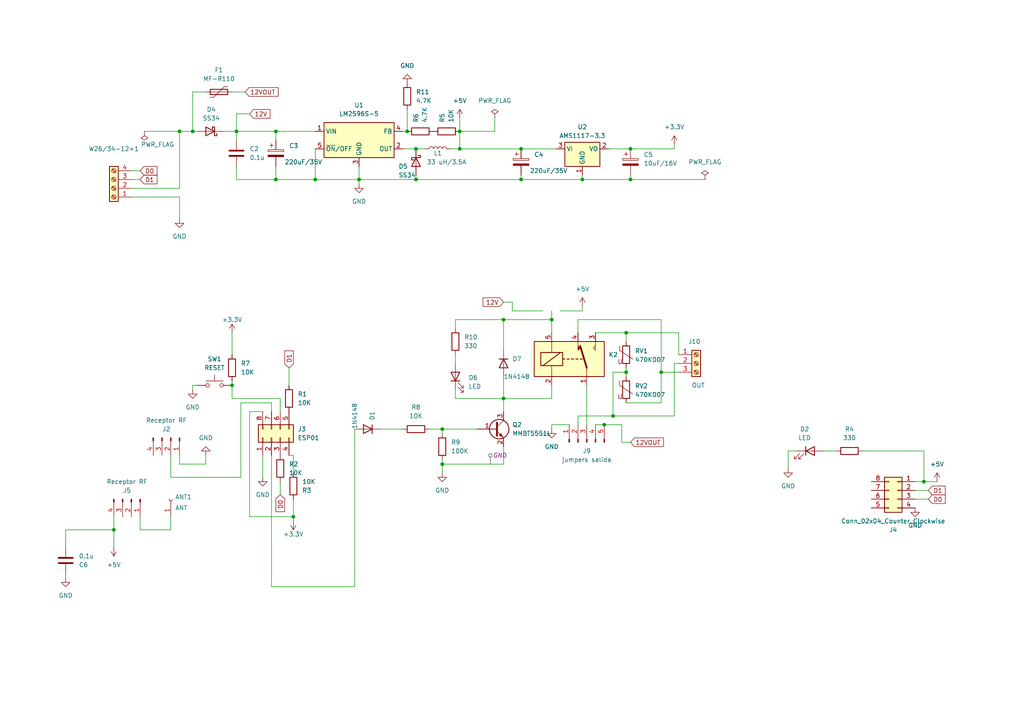
<source format=kicad_sch>
(kicad_sch (version 20230121) (generator eeschema)
  (paper "A4")
  (lib_symbols
    (symbol "Connector:Conn_01x01_Socket" (pin_names (offset 1.016) hide)
      (property "Reference" "J" (at 0 2.54 0))
      (property "Value" "Conn_01x01_Socket" (at 0 -2.54 0))
      (symbol "Conn_01x01_Socket_1_1"
        (polyline (pts (xy -1.27 0) (xy -0.508 0)) (stroke (width 0.1524)))
        (arc (start 0 0.508) (mid -0.5058 0) (end 0 -0.508) (stroke (width 0.1524)))
        (pin passive line (at -5.08 0 0) (length 3.81) (name "Pin_1") (number "1"))
      )
    )
    (symbol "Connector:Conn_01x04_Pin" (pin_names (offset 1.016) hide)
      (property "Reference" "J" (at 0 5.08 0))
      (property "Value" "Conn_01x04_Pin" (at 0 -7.62 0))
      (symbol "Conn_01x04_Pin_1_1"
        (polyline (pts (xy 1.27 -5.08) (xy 0.8636 -5.08)) (stroke (width 0.1524)))
        (polyline (pts (xy 1.27 -2.54) (xy 0.8636 -2.54)) (stroke (width 0.1524)))
        (polyline (pts (xy 1.27 0) (xy 0.8636 0)) (stroke (width 0.1524)))
        (polyline (pts (xy 1.27 2.54) (xy 0.8636 2.54)) (stroke (width 0.1524)))
        (rectangle (start 0.8636 -4.953) (end 0 -5.207) (stroke (width 0.1524)) (fill (type outline)))
        (rectangle (start 0.8636 -2.413) (end 0 -2.667) (stroke (width 0.1524)) (fill (type outline)))
        (rectangle (start 0.8636 0.127) (end 0 -0.127) (stroke (width 0.1524)) (fill (type outline)))
        (rectangle (start 0.8636 2.667) (end 0 2.413) (stroke (width 0.1524)) (fill (type outline)))
        (pin passive line (at 5.08 2.54 180) (length 3.81) (name "Pin_1") (number "1"))
        (pin passive line (at 5.08 0 180) (length 3.81) (name "Pin_2") (number "2"))
        (pin passive line (at 5.08 -2.54 180) (length 3.81) (name "Pin_3") (number "3"))
        (pin passive line (at 5.08 -5.08 180) (length 3.81) (name "Pin_4") (number "4"))
      )
    )
    (symbol "Connector:Conn_01x05_Pin" (pin_names (offset 1.016) hide)
      (property "Reference" "J" (at 0 7.62 0))
      (property "Value" "Conn_01x05_Pin" (at 0 -7.62 0))
      (symbol "Conn_01x05_Pin_1_1"
        (polyline (pts (xy 1.27 -5.08) (xy 0.8636 -5.08)) (stroke (width 0.1524)))
        (polyline (pts (xy 1.27 -2.54) (xy 0.8636 -2.54)) (stroke (width 0.1524)))
        (polyline (pts (xy 1.27 0) (xy 0.8636 0)) (stroke (width 0.1524)))
        (polyline (pts (xy 1.27 2.54) (xy 0.8636 2.54)) (stroke (width 0.1524)))
        (polyline (pts (xy 1.27 5.08) (xy 0.8636 5.08)) (stroke (width 0.1524)))
        (rectangle (start 0.8636 -4.953) (end 0 -5.207) (stroke (width 0.1524)) (fill (type outline)))
        (rectangle (start 0.8636 -2.413) (end 0 -2.667) (stroke (width 0.1524)) (fill (type outline)))
        (rectangle (start 0.8636 0.127) (end 0 -0.127) (stroke (width 0.1524)) (fill (type outline)))
        (rectangle (start 0.8636 2.667) (end 0 2.413) (stroke (width 0.1524)) (fill (type outline)))
        (rectangle (start 0.8636 5.207) (end 0 4.953) (stroke (width 0.1524)) (fill (type outline)))
        (pin passive line (at 5.08 5.08 180) (length 3.81) (name "Pin_1") (number "1"))
        (pin passive line (at 5.08 2.54 180) (length 3.81) (name "Pin_2") (number "2"))
        (pin passive line (at 5.08 0 180) (length 3.81) (name "Pin_3") (number "3"))
        (pin passive line (at 5.08 -2.54 180) (length 3.81) (name "Pin_4") (number "4"))
        (pin passive line (at 5.08 -5.08 180) (length 3.81) (name "Pin_5") (number "5"))
      )
    )
    (symbol "Connector:Screw_Terminal_01x03" (pin_names (offset 1.016) hide)
      (property "Reference" "J" (at 0 5.08 0))
      (property "Value" "Screw_Terminal_01x03" (at 0 -5.08 0))
      (symbol "Screw_Terminal_01x03_1_1"
        (rectangle (start -1.27 3.81) (end 1.27 -3.81) (stroke (width 0.254)) (fill (type background)))
        (circle (center 0 -2.54) (radius 0.635) (stroke (width 0.1524)))
        (polyline (pts (xy -0.5334 -2.2098) (xy 0.3302 -3.048)) (stroke (width 0.1524)))
        (polyline (pts (xy -0.5334 0.3302) (xy 0.3302 -0.508)) (stroke (width 0.1524)))
        (polyline (pts (xy -0.5334 2.8702) (xy 0.3302 2.032)) (stroke (width 0.1524)))
        (polyline (pts (xy -0.3556 -2.032) (xy 0.508 -2.8702)) (stroke (width 0.1524)))
        (polyline (pts (xy -0.3556 0.508) (xy 0.508 -0.3302)) (stroke (width 0.1524)))
        (polyline (pts (xy -0.3556 3.048) (xy 0.508 2.2098)) (stroke (width 0.1524)))
        (circle (center 0 0) (radius 0.635) (stroke (width 0.1524)))
        (circle (center 0 2.54) (radius 0.635) (stroke (width 0.1524)))
        (pin passive line (at -5.08 2.54 0) (length 3.81) (name "Pin_1") (number "1"))
        (pin passive line (at -5.08 0 0) (length 3.81) (name "Pin_2") (number "2"))
        (pin passive line (at -5.08 -2.54 0) (length 3.81) (name "Pin_3") (number "3"))
      )
    )
    (symbol "Connector:Screw_Terminal_01x04" (pin_names (offset 1.016) hide)
      (property "Reference" "J" (at 0 5.08 0))
      (property "Value" "Screw_Terminal_01x04" (at 0 -7.62 0))
      (symbol "Screw_Terminal_01x04_1_1"
        (rectangle (start -1.27 3.81) (end 1.27 -6.35) (stroke (width 0.254)) (fill (type background)))
        (circle (center 0 -5.08) (radius 0.635) (stroke (width 0.1524)))
        (circle (center 0 -2.54) (radius 0.635) (stroke (width 0.1524)))
        (polyline (pts (xy -0.5334 -4.7498) (xy 0.3302 -5.588)) (stroke (width 0.1524)))
        (polyline (pts (xy -0.5334 -2.2098) (xy 0.3302 -3.048)) (stroke (width 0.1524)))
        (polyline (pts (xy -0.5334 0.3302) (xy 0.3302 -0.508)) (stroke (width 0.1524)))
        (polyline (pts (xy -0.5334 2.8702) (xy 0.3302 2.032)) (stroke (width 0.1524)))
        (polyline (pts (xy -0.3556 -4.572) (xy 0.508 -5.4102)) (stroke (width 0.1524)))
        (polyline (pts (xy -0.3556 -2.032) (xy 0.508 -2.8702)) (stroke (width 0.1524)))
        (polyline (pts (xy -0.3556 0.508) (xy 0.508 -0.3302)) (stroke (width 0.1524)))
        (polyline (pts (xy -0.3556 3.048) (xy 0.508 2.2098)) (stroke (width 0.1524)))
        (circle (center 0 0) (radius 0.635) (stroke (width 0.1524)))
        (circle (center 0 2.54) (radius 0.635) (stroke (width 0.1524)))
        (pin passive line (at -5.08 2.54 0) (length 3.81) (name "Pin_1") (number "1"))
        (pin passive line (at -5.08 0 0) (length 3.81) (name "Pin_2") (number "2"))
        (pin passive line (at -5.08 -2.54 0) (length 3.81) (name "Pin_3") (number "3"))
        (pin passive line (at -5.08 -5.08 0) (length 3.81) (name "Pin_4") (number "4"))
      )
    )
    (symbol "Connector_Generic:Conn_02x04_Counter_Clockwise" (pin_names (offset 1.016) hide)
      (property "Reference" "J" (at 1.27 5.08 0))
      (property "Value" "Conn_02x04_Counter_Clockwise" (at 1.27 -7.62 0))
      (symbol "Conn_02x04_Counter_Clockwise_1_1"
        (rectangle (start -1.27 -4.953) (end 0 -5.207) (stroke (width 0.1524)))
        (rectangle (start -1.27 -2.413) (end 0 -2.667) (stroke (width 0.1524)))
        (rectangle (start -1.27 0.127) (end 0 -0.127) (stroke (width 0.1524)))
        (rectangle (start -1.27 2.667) (end 0 2.413) (stroke (width 0.1524)))
        (rectangle (start -1.27 3.81) (end 3.81 -6.35) (stroke (width 0.254)) (fill (type background)))
        (rectangle (start 3.81 -4.953) (end 2.54 -5.207) (stroke (width 0.1524)))
        (rectangle (start 3.81 -2.413) (end 2.54 -2.667) (stroke (width 0.1524)))
        (rectangle (start 3.81 0.127) (end 2.54 -0.127) (stroke (width 0.1524)))
        (rectangle (start 3.81 2.667) (end 2.54 2.413) (stroke (width 0.1524)))
        (pin passive line (at -5.08 2.54 0) (length 3.81) (name "Pin_1") (number "1"))
        (pin passive line (at -5.08 0 0) (length 3.81) (name "Pin_2") (number "2"))
        (pin passive line (at -5.08 -2.54 0) (length 3.81) (name "Pin_3") (number "3"))
        (pin passive line (at -5.08 -5.08 0) (length 3.81) (name "Pin_4") (number "4"))
        (pin passive line (at 7.62 -5.08 180) (length 3.81) (name "Pin_5") (number "5"))
        (pin passive line (at 7.62 -2.54 180) (length 3.81) (name "Pin_6") (number "6"))
        (pin passive line (at 7.62 0 180) (length 3.81) (name "Pin_7") (number "7"))
        (pin passive line (at 7.62 2.54 180) (length 3.81) (name "Pin_8") (number "8"))
      )
    )
    (symbol "Device:C" (pin_numbers hide) (pin_names (offset 0.254))
      (property "Reference" "C" (at 0.635 2.54 0))
      (property "Value" "C" (at 0.635 -2.54 0))
      (symbol "C_0_1"
        (polyline (pts (xy -2.032 -0.762) (xy 2.032 -0.762)) (stroke (width 0.508)))
        (polyline (pts (xy -2.032 0.762) (xy 2.032 0.762)) (stroke (width 0.508)))
      )
      (symbol "C_1_1"
        (pin passive line (at 0 3.81 270) (length 2.794) (name "~") (number "1"))
        (pin passive line (at 0 -3.81 90) (length 2.794) (name "~") (number "2"))
      )
    )
    (symbol "Device:C_Polarized" (pin_numbers hide) (pin_names (offset 0.254))
      (property "Reference" "C" (at 0.635 2.54 0))
      (property "Value" "C_Polarized" (at 0.635 -2.54 0))
      (symbol "C_Polarized_0_1"
        (rectangle (start -2.286 0.508) (end 2.286 1.016))
        (polyline (pts (xy -1.778 2.286) (xy -0.762 2.286)))
        (polyline (pts (xy -1.27 2.794) (xy -1.27 1.778)))
        (rectangle (start 2.286 -0.508) (end -2.286 -1.016) (fill (type outline)))
      )
      (symbol "C_Polarized_1_1"
        (pin passive line (at 0 3.81 270) (length 2.794) (name "~") (number "1"))
        (pin passive line (at 0 -3.81 90) (length 2.794) (name "~") (number "2"))
      )
    )
    (symbol "Device:D_Schottky" (pin_numbers hide) (pin_names (offset 1.016) hide)
      (property "Reference" "D" (at 0 2.54 0))
      (property "Value" "D_Schottky" (at 0 -2.54 0))
      (symbol "D_Schottky_0_1"
        (polyline (pts (xy 1.27 0) (xy -1.27 0)))
        (polyline (pts (xy 1.27 1.27) (xy 1.27 -1.27) (xy -1.27 0) (xy 1.27 1.27)) (stroke (width 0.254)))
        (polyline (pts (xy -1.905 0.635) (xy -1.905 1.27) (xy -1.27 1.27) (xy -1.27 -1.27) (xy -0.635 -1.27) (xy -0.635 -0.635)) (stroke (width 0.254)))
      )
      (symbol "D_Schottky_1_1"
        (pin passive line (at -3.81 0 0) (length 2.54) (name "K") (number "1"))
        (pin passive line (at 3.81 0 180) (length 2.54) (name "A") (number "2"))
      )
    )
    (symbol "Device:L" (pin_numbers hide) (pin_names (offset 1.016) hide)
      (property "Reference" "L" (at -1.27 0 90))
      (property "Value" "L" (at 1.905 0 90))
      (symbol "L_0_1"
        (arc (start 0 -2.54) (mid 0.6323 -1.905) (end 0 -1.27))
        (arc (start 0 -1.27) (mid 0.6323 -0.635) (end 0 0))
        (arc (start 0 0) (mid 0.6323 0.635) (end 0 1.27))
        (arc (start 0 1.27) (mid 0.6323 1.905) (end 0 2.54))
      )
      (symbol "L_1_1"
        (pin passive line (at 0 3.81 270) (length 1.27) (name "1") (number "1"))
        (pin passive line (at 0 -3.81 90) (length 1.27) (name "2") (number "2"))
      )
    )
    (symbol "Device:LED" (pin_numbers hide) (pin_names (offset 1.016) hide)
      (property "Reference" "D" (at 0 2.54 0))
      (property "Value" "LED" (at 0 -2.54 0))
      (symbol "LED_0_1"
        (polyline (pts (xy -1.27 -1.27) (xy -1.27 1.27)) (stroke (width 0.254)))
        (polyline (pts (xy -1.27 0) (xy 1.27 0)))
        (polyline (pts (xy 1.27 -1.27) (xy 1.27 1.27) (xy -1.27 0) (xy 1.27 -1.27)) (stroke (width 0.254)))
        (polyline (pts (xy -3.048 -0.762) (xy -4.572 -2.286) (xy -3.81 -2.286) (xy -4.572 -2.286) (xy -4.572 -1.524)))
        (polyline (pts (xy -1.778 -0.762) (xy -3.302 -2.286) (xy -2.54 -2.286) (xy -3.302 -2.286) (xy -3.302 -1.524)))
      )
      (symbol "LED_1_1"
        (pin passive line (at -3.81 0 0) (length 2.54) (name "K") (number "1"))
        (pin passive line (at 3.81 0 180) (length 2.54) (name "A") (number "2"))
      )
    )
    (symbol "Device:Polyfuse" (pin_numbers hide) (pin_names (offset 0))
      (property "Reference" "F" (at -2.54 0 90))
      (property "Value" "Polyfuse" (at 2.54 0 90))
      (symbol "Polyfuse_0_1"
        (rectangle (start -0.762 2.54) (end 0.762 -2.54) (stroke (width 0.254)))
        (polyline (pts (xy 0 2.54) (xy 0 -2.54)))
        (polyline (pts (xy -1.524 2.54) (xy -1.524 1.524) (xy 1.524 -1.524) (xy 1.524 -2.54)))
      )
      (symbol "Polyfuse_1_1"
        (pin passive line (at 0 3.81 270) (length 1.27) (name "~") (number "1"))
        (pin passive line (at 0 -3.81 90) (length 1.27) (name "~") (number "2"))
      )
    )
    (symbol "Device:R" (pin_numbers hide) (pin_names (offset 0))
      (property "Reference" "R" (at 2.032 0 90))
      (property "Value" "R" (at 0 0 90))
      (symbol "R_0_1"
        (rectangle (start -1.016 -2.54) (end 1.016 2.54) (stroke (width 0.254)))
      )
      (symbol "R_1_1"
        (pin passive line (at 0 3.81 270) (length 1.27) (name "~") (number "1"))
        (pin passive line (at 0 -3.81 90) (length 1.27) (name "~") (number "2"))
      )
    )
    (symbol "Device:Varistor" (pin_numbers hide) (pin_names (offset 0))
      (property "Reference" "RV" (at 3.175 0 90))
      (property "Value" "Varistor" (at -3.175 0 90))
      (symbol "Varistor_0_0"
        (text "U" (at -1.778 -2.032 0) (effects (font (size 1.27 1.27))))
      )
      (symbol "Varistor_0_1"
        (rectangle (start -1.016 -2.54) (end 1.016 2.54) (stroke (width 0.254)))
        (polyline (pts (xy -1.905 2.54) (xy -1.905 1.27) (xy 1.905 -1.27)))
      )
      (symbol "Varistor_1_1"
        (pin passive line (at 0 3.81 270) (length 1.27) (name "~") (number "1"))
        (pin passive line (at 0 -3.81 90) (length 1.27) (name "~") (number "2"))
      )
    )
    (symbol "Diode:1N4148" (pin_numbers hide) (pin_names hide)
      (property "Reference" "D" (at 0 2.54 0))
      (property "Value" "1N4148" (at 0 -2.54 0))
      (symbol "1N4148_0_1"
        (polyline (pts (xy -1.27 1.27) (xy -1.27 -1.27)) (stroke (width 0.254)))
        (polyline (pts (xy 1.27 0) (xy -1.27 0)))
        (polyline (pts (xy 1.27 1.27) (xy 1.27 -1.27) (xy -1.27 0) (xy 1.27 1.27)) (stroke (width 0.254)))
      )
      (symbol "1N4148_1_1"
        (pin passive line (at -3.81 0 0) (length 2.54) (name "K") (number "1"))
        (pin passive line (at 3.81 0 180) (length 2.54) (name "A") (number "2"))
      )
    )
    (symbol "Regulator_Linear:AMS1117-3.3"
      (property "Reference" "U" (at -3.81 3.175 0))
      (property "Value" "AMS1117-3.3" (at 0 3.175 0))
      (symbol "AMS1117-3.3_0_1"
        (rectangle (start -5.08 -5.08) (end 5.08 1.905) (stroke (width 0.254)) (fill (type background)))
      )
      (symbol "AMS1117-3.3_1_1"
        (pin power_in line (at 0 -7.62 90) (length 2.54) (name "GND") (number "1"))
        (pin power_out line (at 7.62 0 180) (length 2.54) (name "VO") (number "2"))
        (pin power_in line (at -7.62 0 0) (length 2.54) (name "VI") (number "3"))
      )
    )
    (symbol "Regulator_Switching:LM2596S-5"
      (property "Reference" "U" (at -10.16 6.35 0))
      (property "Value" "LM2596S-5" (at 0 6.35 0))
      (symbol "LM2596S-5_0_1"
        (rectangle (start -10.16 5.08) (end 10.16 -5.08) (stroke (width 0.254)) (fill (type background)))
      )
      (symbol "LM2596S-5_1_1"
        (pin power_in line (at -12.7 2.54 0) (length 2.54) (name "VIN") (number "1"))
        (pin output line (at 12.7 -2.54 180) (length 2.54) (name "OUT") (number "2"))
        (pin power_in line (at 0 -7.62 90) (length 2.54) (name "GND") (number "3"))
        (pin input line (at 12.7 2.54 180) (length 2.54) (name "FB") (number "4"))
        (pin input line (at -12.7 -2.54 0) (length 2.54) (name "~{ON}/OFF") (number "5"))
      )
    )
    (symbol "Relay:SANYOU_SRD_Form_C"
      (property "Reference" "K" (at 11.43 3.81 0))
      (property "Value" "SANYOU_SRD_Form_C" (at 11.43 1.27 0))
      (symbol "SANYOU_SRD_Form_C_0_0"
        (polyline (pts (xy 7.62 5.08) (xy 7.62 2.54) (xy 6.985 3.175) (xy 7.62 3.81)))
      )
      (symbol "SANYOU_SRD_Form_C_0_1"
        (rectangle (start -10.16 5.08) (end 10.16 -5.08) (stroke (width 0.254)) (fill (type background)))
        (rectangle (start -8.255 1.905) (end -1.905 -1.905) (stroke (width 0.254)))
        (polyline (pts (xy -7.62 -1.905) (xy -2.54 1.905)) (stroke (width 0.254)))
        (polyline (pts (xy -5.08 -5.08) (xy -5.08 -1.905)))
        (polyline (pts (xy -5.08 5.08) (xy -5.08 1.905)))
        (polyline (pts (xy -1.905 0) (xy -1.27 0)) (stroke (width 0.254)))
        (polyline (pts (xy -0.635 0) (xy 0 0)) (stroke (width 0.254)))
        (polyline (pts (xy 0.635 0) (xy 1.27 0)) (stroke (width 0.254)))
        (polyline (pts (xy 1.905 0) (xy 2.54 0)) (stroke (width 0.254)))
        (polyline (pts (xy 3.175 0) (xy 3.81 0)) (stroke (width 0.254)))
        (polyline (pts (xy 5.08 -2.54) (xy 3.175 3.81)) (stroke (width 0.508)))
        (polyline (pts (xy 5.08 -2.54) (xy 5.08 -5.08)))
      )
      (symbol "SANYOU_SRD_Form_C_1_1"
        (polyline (pts (xy 2.54 3.81) (xy 3.175 3.175) (xy 2.54 2.54) (xy 2.54 5.08)) (fill (type outline)))
        (pin passive line (at 5.08 -7.62 90) (length 2.54) (name "~") (number "1"))
        (pin passive line (at -5.08 -7.62 90) (length 2.54) (name "~") (number "2"))
        (pin passive line (at 7.62 7.62 270) (length 2.54) (name "~") (number "3"))
        (pin passive line (at 2.54 7.62 270) (length 2.54) (name "~") (number "4"))
        (pin passive line (at -5.08 7.62 270) (length 2.54) (name "~") (number "5"))
      )
    )
    (symbol "Switch:SW_Omron_B3FS" (pin_numbers hide) (pin_names (offset 1.016) hide)
      (property "Reference" "SW" (at 1.27 2.54 0))
      (property "Value" "SW_Omron_B3FS" (at 0 -1.524 0))
      (symbol "SW_Omron_B3FS_0_1"
        (circle (center -2.032 0) (radius 0.508))
        (polyline (pts (xy 0 1.27) (xy 0 3.048)))
        (polyline (pts (xy 2.54 1.27) (xy -2.54 1.27)))
        (circle (center 2.032 0) (radius 0.508))
        (pin passive line (at -5.08 0 0) (length 2.54) (name "1") (number "1"))
        (pin passive line (at 5.08 0 180) (length 2.54) (name "2") (number "2"))
      )
    )
    (symbol "Transistor_BJT:MMBT5551L" (pin_names (offset 0) hide)
      (property "Reference" "Q" (at 5.08 1.905 0))
      (property "Value" "MMBT5551L" (at 5.08 0 0))
      (symbol "MMBT5551L_0_1"
        (polyline (pts (xy 0.635 0.635) (xy 2.54 2.54)))
        (polyline (pts (xy 0.635 -0.635) (xy 2.54 -2.54) (xy 2.54 -2.54)))
        (polyline (pts (xy 0.635 1.905) (xy 0.635 -1.905) (xy 0.635 -1.905)) (stroke (width 0.508)))
        (polyline (pts (xy 1.27 -1.778) (xy 1.778 -1.27) (xy 2.286 -2.286) (xy 1.27 -1.778) (xy 1.27 -1.778)) (fill (type outline)))
        (circle (center 1.27 0) (radius 2.8194) (stroke (width 0.254)))
      )
      (symbol "MMBT5551L_1_1"
        (pin input line (at -5.08 0 0) (length 5.715) (name "B") (number "1"))
        (pin passive line (at 2.54 -5.08 90) (length 2.54) (name "E") (number "2"))
        (pin passive line (at 2.54 5.08 270) (length 2.54) (name "C") (number "3"))
      )
    )
    (symbol "power:+3.3V" (power) (pin_names (offset 0))
      (property "Value" "+3.3V" (at 0 3.556 0))
      (symbol "+3.3V_0_1"
        (polyline (pts (xy -0.762 1.27) (xy 0 2.54)))
        (polyline (pts (xy 0 0) (xy 0 2.54)))
        (polyline (pts (xy 0 2.54) (xy 0.762 1.27)))
      )
      (symbol "+3.3V_1_1"
        (pin power_in line (at 0 0 90) (length 0) hide (name "+3.3V") (number "1"))
      )
    )
    (symbol "power:+5V" (power) (pin_names (offset 0))
      (property "Value" "+5V" (at 0 3.556 0))
      (symbol "+5V_0_1"
        (polyline (pts (xy -0.762 1.27) (xy 0 2.54)))
        (polyline (pts (xy 0 0) (xy 0 2.54)))
        (polyline (pts (xy 0 2.54) (xy 0.762 1.27)))
      )
      (symbol "+5V_1_1"
        (pin power_in line (at 0 0 90) (length 0) hide (name "+5V") (number "1"))
      )
    )
    (symbol "power:GND" (power) (pin_names (offset 0))
      (property "Value" "GND" (at 0 -3.81 0))
      (symbol "GND_0_1"
        (polyline (pts (xy 0 0) (xy 0 -1.27) (xy 1.27 -1.27) (xy 0 -2.54) (xy -1.27 -1.27) (xy 0 -1.27)))
      )
      (symbol "GND_1_1"
        (pin power_in line (at 0 0 270) (length 0) hide (name "GND") (number "1"))
      )
    )
    (symbol "power:PWR_FLAG" (power) (pin_numbers hide) (pin_names (offset 0) hide)
      (property "Value" "PWR_FLAG" (at 0 3.81 0))
      (symbol "PWR_FLAG_0_0"
        (pin power_out line (at 0 0 90) (length 0) (name "pwr") (number "1"))
      )
      (symbol "PWR_FLAG_0_1"
        (polyline (pts (xy 0 0) (xy 0 1.27) (xy -1.016 1.905) (xy 0 2.54) (xy 1.016 1.905) (xy 0 1.27)))
      )
    )
  )
  (junction (at 68.58 38.1))
  (junction (at 191.77 107.95))
  (junction (at 33.02 153.67))
  (junction (at 160.02 92.71))
  (junction (at 118.11 38.1))
  (junction (at 146.05 115.57))
  (junction (at 168.91 52.07))
  (junction (at 267.97 139.7))
  (junction (at 120.65 43.18))
  (junction (at 55.88 38.1))
  (junction (at 182.88 43.18))
  (junction (at 175.26 123.19))
  (junction (at 120.65 52.07))
  (junction (at 146.05 92.71))
  (junction (at 80.01 38.1))
  (junction (at 181.61 107.95))
  (junction (at 85.09 149.86))
  (junction (at 181.61 96.52))
  (junction (at 80.01 52.07))
  (junction (at 133.35 38.1))
  (junction (at 151.13 52.07))
  (junction (at 151.13 43.18))
  (junction (at 52.07 38.1))
  (junction (at 128.27 134.62))
  (junction (at 91.44 52.07))
  (junction (at 177.8 120.65))
  (junction (at 182.88 52.07))
  (junction (at 133.35 43.18))
  (junction (at 67.31 111.76))
  (junction (at 128.27 124.46))
  (junction (at 104.14 52.07))
  (wire (pts (xy 180.34 123.19) (xy 175.26 123.19)))
  (wire (pts (xy 33.02 158.75) (xy 33.02 153.67)))
  (wire (pts (xy 59.69 132.08) (xy 59.69 134.62)))
  (wire (pts (xy 146.05 109.22) (xy 146.05 115.57)))
  (wire (pts (xy 52.07 134.62) (xy 52.07 132.08)))
  (wire (pts (xy 181.61 96.52) (xy 196.85 96.52)))
  (wire (pts (xy 69.85 116.84) (xy 78.74 116.84)))
  (wire (pts (xy 52.07 38.1) (xy 52.07 54.61)))
  (wire (pts (xy 228.6 130.81) (xy 231.14 130.81)))
  (wire (pts (xy 91.44 52.07) (xy 104.14 52.07)))
  (wire (pts (xy 182.88 52.07) (xy 204.47 52.07)))
  (wire (pts (xy 49.53 132.08) (xy 49.53 138.43)))
  (wire (pts (xy 195.58 105.41) (xy 195.58 120.65)))
  (wire (pts (xy 146.05 92.71) (xy 160.02 92.71)))
  (wire (pts (xy 80.01 52.07) (xy 91.44 52.07)))
  (wire (pts (xy 76.2 119.38) (xy 72.39 119.38)))
  (wire (pts (xy 191.77 107.95) (xy 191.77 92.71)))
  (wire (pts (xy 228.6 135.89) (xy 228.6 130.81)))
  (wire (pts (xy 160.02 90.17) (xy 160.02 92.71)))
  (wire (pts (xy 133.35 43.18) (xy 130.81 43.18)))
  (wire (pts (xy 85.09 151.13) (xy 85.09 149.86)))
  (wire (pts (xy 133.35 34.29) (xy 133.35 38.1)))
  (wire (pts (xy 49.53 149.86) (xy 49.53 153.67)))
  (wire (pts (xy 102.87 170.18) (xy 102.87 124.46)))
  (wire (pts (xy 151.13 52.07) (xy 168.91 52.07)))
  (wire (pts (xy 170.18 111.76) (xy 170.18 123.19)))
  (wire (pts (xy 64.77 38.1) (xy 68.58 38.1)))
  (wire (pts (xy 148.59 87.63) (xy 148.59 90.17)))
  (wire (pts (xy 78.74 116.84) (xy 78.74 119.38)))
  (wire (pts (xy 132.08 113.03) (xy 132.08 115.57)))
  (wire (pts (xy 52.07 57.15) (xy 52.07 63.5)))
  (wire (pts (xy 80.01 40.64) (xy 80.01 38.1)))
  (wire (pts (xy 132.08 95.25) (xy 132.08 92.71)))
  (wire (pts (xy 133.35 43.18) (xy 151.13 43.18)))
  (wire (pts (xy 38.1 54.61) (xy 52.07 54.61)))
  (wire (pts (xy 181.61 107.95) (xy 181.61 109.22)))
  (wire (pts (xy 59.69 134.62) (xy 52.07 134.62)))
  (wire (pts (xy 172.72 123.19) (xy 175.26 123.19)))
  (wire (pts (xy 181.61 116.84) (xy 191.77 116.84)))
  (wire (pts (xy 72.39 149.86) (xy 85.09 149.86)))
  (wire (pts (xy 195.58 41.91) (xy 195.58 43.18)))
  (wire (pts (xy 195.58 43.18) (xy 182.88 43.18)))
  (wire (pts (xy 177.8 107.95) (xy 181.61 107.95)))
  (wire (pts (xy 146.05 87.63) (xy 148.59 87.63)))
  (wire (pts (xy 38.1 52.07) (xy 40.64 52.07)))
  (wire (pts (xy 267.97 139.7) (xy 271.78 139.7)))
  (wire (pts (xy 59.69 26.67) (xy 55.88 26.67)))
  (wire (pts (xy 104.14 48.26) (xy 104.14 52.07)))
  (wire (pts (xy 81.28 139.7) (xy 81.28 143.51)))
  (wire (pts (xy 146.05 101.6) (xy 146.05 92.71)))
  (wire (pts (xy 168.91 50.8) (xy 168.91 52.07)))
  (wire (pts (xy 265.43 144.78) (xy 269.24 144.78)))
  (wire (pts (xy 177.8 120.65) (xy 177.8 107.95)))
  (wire (pts (xy 146.05 115.57) (xy 160.02 115.57)))
  (wire (pts (xy 180.34 128.27) (xy 182.88 128.27)))
  (wire (pts (xy 238.76 130.81) (xy 242.57 130.81)))
  (wire (pts (xy 85.09 137.16) (xy 85.09 132.08)))
  (wire (pts (xy 19.05 166.37) (xy 19.05 167.64)))
  (wire (pts (xy 265.43 139.7) (xy 267.97 139.7)))
  (wire (pts (xy 148.59 90.17) (xy 157.48 90.17)))
  (wire (pts (xy 72.39 119.38) (xy 72.39 149.86)))
  (wire (pts (xy 191.77 107.95) (xy 191.77 116.84)))
  (wire (pts (xy 52.07 38.1) (xy 41.91 38.1)))
  (wire (pts (xy 72.39 33.02) (xy 68.58 33.02)))
  (wire (pts (xy 172.72 96.52) (xy 181.61 96.52)))
  (wire (pts (xy 181.61 106.68) (xy 181.61 107.95)))
  (wire (pts (xy 120.65 52.07) (xy 104.14 52.07)))
  (wire (pts (xy 81.28 115.57) (xy 81.28 119.38)))
  (wire (pts (xy 160.02 111.76) (xy 160.02 115.57)))
  (wire (pts (xy 68.58 40.64) (xy 68.58 38.1)))
  (wire (pts (xy 116.84 38.1) (xy 118.11 38.1)))
  (wire (pts (xy 71.12 26.67) (xy 67.31 26.67)))
  (wire (pts (xy 151.13 50.8) (xy 151.13 52.07)))
  (wire (pts (xy 85.09 132.08) (xy 83.82 132.08)))
  (wire (pts (xy 146.05 134.62) (xy 128.27 134.62)))
  (wire (pts (xy 128.27 133.35) (xy 128.27 134.62)))
  (wire (pts (xy 182.88 50.8) (xy 182.88 52.07)))
  (wire (pts (xy 143.51 38.1) (xy 133.35 38.1)))
  (wire (pts (xy 133.35 38.1) (xy 133.35 43.18)))
  (wire (pts (xy 160.02 123.19) (xy 165.1 123.19)))
  (wire (pts (xy 124.46 124.46) (xy 128.27 124.46)))
  (wire (pts (xy 110.49 124.46) (xy 116.84 124.46)))
  (wire (pts (xy 181.61 96.52) (xy 181.61 99.06)))
  (wire (pts (xy 55.88 26.67) (xy 55.88 38.1)))
  (wire (pts (xy 167.64 96.52) (xy 167.64 92.71)))
  (wire (pts (xy 132.08 102.87) (xy 132.08 105.41)))
  (wire (pts (xy 195.58 105.41) (xy 196.85 105.41)))
  (wire (pts (xy 146.05 129.54) (xy 146.05 134.62)))
  (wire (pts (xy 55.88 111.76) (xy 57.15 111.76)))
  (wire (pts (xy 83.82 106.68) (xy 83.82 111.76)))
  (wire (pts (xy 38.1 49.53) (xy 40.64 49.53)))
  (wire (pts (xy 265.43 142.24) (xy 269.24 142.24)))
  (wire (pts (xy 68.58 38.1) (xy 80.01 38.1)))
  (wire (pts (xy 146.05 115.57) (xy 146.05 119.38)))
  (wire (pts (xy 167.64 120.65) (xy 177.8 120.65)))
  (wire (pts (xy 143.51 34.29) (xy 143.51 38.1)))
  (wire (pts (xy 162.56 90.17) (xy 168.91 90.17)))
  (wire (pts (xy 78.74 132.08) (xy 78.74 170.18)))
  (wire (pts (xy 81.28 115.57) (xy 67.31 115.57)))
  (wire (pts (xy 176.53 43.18) (xy 182.88 43.18)))
  (wire (pts (xy 19.05 153.67) (xy 19.05 158.75)))
  (wire (pts (xy 55.88 38.1) (xy 57.15 38.1)))
  (wire (pts (xy 168.91 90.17) (xy 168.91 88.9)))
  (wire (pts (xy 182.88 52.07) (xy 168.91 52.07)))
  (wire (pts (xy 120.65 52.07) (xy 151.13 52.07)))
  (wire (pts (xy 80.01 38.1) (xy 91.44 38.1)))
  (wire (pts (xy 38.1 57.15) (xy 52.07 57.15)))
  (wire (pts (xy 76.2 132.08) (xy 76.2 138.43)))
  (wire (pts (xy 160.02 124.46) (xy 160.02 123.19)))
  (wire (pts (xy 116.84 43.18) (xy 120.65 43.18)))
  (wire (pts (xy 196.85 102.87) (xy 196.85 96.52)))
  (wire (pts (xy 19.05 153.67) (xy 33.02 153.67)))
  (wire (pts (xy 68.58 48.26) (xy 68.58 52.07)))
  (wire (pts (xy 68.58 33.02) (xy 68.58 38.1)))
  (wire (pts (xy 69.85 138.43) (xy 69.85 116.84)))
  (wire (pts (xy 33.02 153.67) (xy 33.02 149.86)))
  (wire (pts (xy 118.11 31.75) (xy 118.11 38.1)))
  (wire (pts (xy 68.58 52.07) (xy 80.01 52.07)))
  (wire (pts (xy 196.85 107.95) (xy 191.77 107.95)))
  (wire (pts (xy 167.64 120.65) (xy 167.64 123.19)))
  (wire (pts (xy 52.07 38.1) (xy 55.88 38.1)))
  (wire (pts (xy 132.08 115.57) (xy 146.05 115.57)))
  (wire (pts (xy 180.34 128.27) (xy 180.34 123.19)))
  (wire (pts (xy 128.27 134.62) (xy 128.27 137.16)))
  (wire (pts (xy 132.08 92.71) (xy 146.05 92.71)))
  (wire (pts (xy 191.77 92.71) (xy 167.64 92.71)))
  (wire (pts (xy 160.02 92.71) (xy 160.02 96.52)))
  (wire (pts (xy 40.64 149.86) (xy 40.64 153.67)))
  (wire (pts (xy 80.01 48.26) (xy 80.01 52.07)))
  (wire (pts (xy 91.44 43.18) (xy 91.44 52.07)))
  (wire (pts (xy 67.31 110.49) (xy 67.31 111.76)))
  (wire (pts (xy 40.64 153.67) (xy 49.53 153.67)))
  (wire (pts (xy 55.88 113.03) (xy 55.88 111.76)))
  (wire (pts (xy 177.8 120.65) (xy 195.58 120.65)))
  (wire (pts (xy 104.14 52.07) (xy 104.14 53.34)))
  (wire (pts (xy 67.31 96.52) (xy 67.31 102.87)))
  (wire (pts (xy 49.53 138.43) (xy 69.85 138.43)))
  (wire (pts (xy 120.65 43.18) (xy 123.19 43.18)))
  (wire (pts (xy 128.27 124.46) (xy 138.43 124.46)))
  (wire (pts (xy 120.65 50.8) (xy 120.65 52.07)))
  (wire (pts (xy 78.74 170.18) (xy 102.87 170.18)))
  (wire (pts (xy 128.27 124.46) (xy 128.27 125.73)))
  (wire (pts (xy 67.31 111.76) (xy 67.31 115.57)))
  (wire (pts (xy 250.19 130.81) (xy 267.97 130.81)))
  (wire (pts (xy 267.97 130.81) (xy 267.97 139.7)))
  (wire (pts (xy 85.09 149.86) (xy 85.09 144.78)))
  (wire (pts (xy 151.13 43.18) (xy 161.29 43.18)))
  (global_label "12V" (shape input) (at 72.39 33.02 0) (property "Intersheetrefs" "${INTERSHEET_REFS}" (effects hide)))
  (global_label "D0" (shape input) (at 40.64 49.53 0) (property "Intersheetrefs" "${INTERSHEET_REFS}" (effects hide)))
  (global_label "D0" (shape input) (at 269.24 144.78 0) (property "Intersheetrefs" "${INTERSHEET_REFS}" (effects hide)))
  (global_label "D1" (shape input) (at 269.24 142.24 0) (property "Intersheetrefs" "${INTERSHEET_REFS}" (effects hide)))
  (global_label "D1" (shape input) (at 83.82 106.68 90) (property "Intersheetrefs" "${INTERSHEET_REFS}" (effects hide)))
  (global_label "D0" (shape input) (at 81.28 143.51 270) (property "Intersheetrefs" "${INTERSHEET_REFS}" (effects hide)))
  (global_label "D1" (shape input) (at 40.64 52.07 0) (property "Intersheetrefs" "${INTERSHEET_REFS}" (effects hide)))
  (global_label "12VOUT" (shape input) (at 182.88 128.27 0) (property "Intersheetrefs" "${INTERSHEET_REFS}" (effects hide)))
  (global_label "12VOUT" (shape input) (at 71.12 26.67 0) (property "Intersheetrefs" "${INTERSHEET_REFS}" (effects hide)))
  (global_label "12V" (shape input) (at 146.05 87.63 180) (property "Intersheetrefs" "${INTERSHEET_REFS}" (effects hide)))
  (netclass_flag "" (length 2.54) (shape round) (at 142.24 134.62 0) (property "Netclass" "GND" (at 142.9385 132.08 0) (effects (font italic) (justify left))))
  (symbol (lib_id "Device:Varistor") (at 181.61 113.03 0) (unit 1)
    (property "Reference" "RV2" (at 184.15 111.9533 0) (effects (justify left)))
    (property "Value" "470KD07" (at 184.15 114.4933 0) (effects (justify left)))
    (property "Footprint" "Varistor:RV_Disc_D7mm_W4.9mm_P5mm" (effects hide))
    (property "Sim.Name" "kicad_builtin_varistor" (effects hide))
    (property "Sim.Device" "SUBCKT" (effects hide))
    (property "Sim.Pins" "1=A 2=B" (effects hide))
    (property "Sim.Params" "threshold=1k" (effects hide))
    (property "Sim.Library" "${KICAD7_SYMBOL_DIR}/Simulation_SPICE.sp" (effects hide))
  )
  (symbol (lib_id "Device:C_Polarized") (at 182.88 46.99 0) (unit 1)
    (property "Reference" "C5" (at 186.69 44.831 0) (effects (justify left)))
    (property "Value" "10uF/16V" (at 186.69 47.371 0) (effects (justify left)))
    (property "Footprint" "Capacitor_SMD:CP_Elec_4x4.5" (effects hide))
  )
  (symbol (lib_id "power:PWR_FLAG") (at 41.91 38.1 0) (mirror x) (unit 1)
    (property "Reference" "#FLG01" (effects hide))
    (property "Value" "PWR_FLAG" (at 45.72 41.91 0))
  )
  (symbol (lib_id "Device:D_Schottky") (at 60.96 38.1 180) (unit 1)
    (property "Reference" "D4" (at 61.2775 31.75 0))
    (property "Value" "SS34" (at 61.2775 34.29 0))
    (property "Footprint" "Kicad Modelos:SS34B-HF" (effects hide))
  )
  (symbol (lib_id "power:GND") (at 76.2 138.43 0) (unit 1)
    (property "Reference" "#PWR03" (effects hide))
    (property "Value" "GND" (at 76.2 143.51 0))
  )
  (symbol (lib_id "Device:C_Polarized") (at 151.13 46.99 0) (unit 1)
    (property "Reference" "C4" (at 154.94 44.831 0) (effects (justify left)))
    (property "Value" "220uF/35V" (at 153.67 49.53 0) (effects (justify left)))
    (property "Footprint" "Capacitor_SMD:CP_Elec_8x10" (effects hide))
  )
  (symbol (lib_id "power:PWR_FLAG") (at 204.47 52.07 0) (unit 1)
    (property "Reference" "#FLG03" (effects hide))
    (property "Value" "PWR_FLAG" (at 204.47 46.99 0))
  )
  (symbol (lib_id "power:+3.3V") (at 67.31 96.52 0) (unit 1)
    (property "Reference" "#PWR04" (effects hide))
    (property "Value" "+3.3V" (at 67.31 92.71 0))
  )
  (symbol (lib_id "Device:L") (at 127 43.18 90) (unit 1)
    (property "Reference" "L1" (at 127 44.45 90))
    (property "Value" "33 uH/3.5A" (at 129.54 46.99 90))
    (property "Footprint" "Inductor_SMD:L_12x12mm_H8mm" (effects hide))
  )
  (symbol (lib_id "Device:R") (at 132.08 99.06 180) (unit 1)
    (property "Reference" "R10" (at 134.62 97.79 0) (effects (justify right)))
    (property "Value" "330" (at 134.62 100.33 0) (effects (justify right)))
    (property "Footprint" "Resistor_SMD:R_0805_2012Metric_Pad1.20x1.40mm_HandSolder" (effects hide))
  )
  (symbol (lib_id "Connector:Screw_Terminal_01x04") (at 33.02 54.61 180) (unit 1)
    (property "Reference" "W26/34-12+1" (at 33.02 43.18 0))
    (property "Value" "Screw_Terminal_01x04" (effects hide))
    (property "Footprint" "TerminalBlock_Phoenix:TerminalBlock_Phoenix_MKDS-1,5-4_1x04_P5.00mm_Horizontal" (effects hide))
  )
  (symbol (lib_id "power:+3.3V") (at 85.09 151.13 0) (mirror x) (unit 1)
    (property "Reference" "#PWR05" (effects hide))
    (property "Value" "+3.3V" (at 85.09 154.94 0))
  )
  (symbol (lib_id "Device:R") (at 83.82 115.57 0) (unit 1)
    (property "Reference" "R1" (at 86.36 114.3 0) (effects (justify left)))
    (property "Value" "10K" (at 86.36 116.84 0) (effects (justify left)))
    (property "Footprint" "Resistor_SMD:R_1206_3216Metric_Pad1.30x1.75mm_HandSolder" (effects hide))
  )
  (symbol (lib_id "Device:LED") (at 234.95 130.81 0) (unit 1)
    (property "Reference" "D2" (at 233.3625 124.46 0))
    (property "Value" "LED" (at 233.3625 127 0))
    (property "Footprint" "LED_THT:LED_D3.0mm" (effects hide))
  )
  (symbol (lib_id "Regulator_Linear:AMS1117-3.3") (at 168.91 43.18 0) (unit 1)
    (property "Reference" "U2" (at 168.91 36.83 0))
    (property "Value" "AMS1117-3.3" (at 168.91 39.37 0))
    (property "Footprint" "Kicad Modelos:TLV1117LV33DCYR" (effects hide))
    (property "Datasheet" "http://www.advanced-monolithic.com/pdf/ds1117.pdf" (effects hide))
  )
  (symbol (lib_id "Device:R") (at 246.38 130.81 90) (unit 1)
    (property "Reference" "R4" (at 246.38 124.46 90))
    (property "Value" "330" (at 246.38 127 90))
    (property "Footprint" "Resistor_SMD:R_1206_3216Metric_Pad1.30x1.75mm_HandSolder" (effects hide))
  )
  (symbol (lib_id "power:GND") (at 104.14 53.34 0) (unit 1)
    (property "Reference" "#PWR012" (effects hide))
    (property "Value" "GND" (at 104.14 58.42 0))
  )
  (symbol (lib_id "Device:Polyfuse") (at 63.5 26.67 90) (unit 1)
    (property "Reference" "F1" (at 63.5 20.32 90))
    (property "Value" "MF-R110" (at 63.5 22.86 90))
    (property "Footprint" "Fuse:Fuse_Bourns_MF-RHT100" (effects hide))
  )
  (symbol (lib_id "Diode:1N4148") (at 106.68 124.46 0) (mirror y) (unit 1)
    (property "Reference" "D1" (at 107.95 121.92 90) (effects (justify left)))
    (property "Value" "1N4148" (at 102.87 124.46 90) (effects (justify left)))
    (property "Footprint" "Diode_SMD:D_1206_3216Metric_Pad1.42x1.75mm_HandSolder" (effects hide))
    (property "Datasheet" "https://assets.nexperia.com/documents/data-sheet/1N4148_1N4448.pdf" (effects hide))
    (property "Sim.Device" "D" (effects hide))
    (property "Sim.Pins" "1=K 2=A" (effects hide))
  )
  (symbol (lib_id "Connector:Conn_01x04_Pin") (at 38.1 144.78 270) (unit 1)
    (property "Reference" "J5" (at 36.83 142.24 90))
    (property "Value" "Receptor RF" (at 36.83 139.7 90))
    (property "Footprint" "Connector_PinSocket_2.54mm:PinSocket_1x04_P2.54mm_Vertical" (effects hide))
  )
  (symbol (lib_id "Connector:Screw_Terminal_01x03") (at 201.93 105.41 0) (unit 1)
    (property "Reference" "J10" (at 203.2 99.06 0) (effects (justify right)))
    (property "Value" "OUT" (at 204.47 111.76 0) (effects (justify right)))
    (property "Footprint" "TerminalBlock_Phoenix:TerminalBlock_Phoenix_MKDS-1,5-3_1x03_P5.00mm_Horizontal" (effects hide))
  )
  (symbol (lib_id "power:+5V") (at 168.91 88.9 0) (unit 1)
    (property "Reference" "#PWR020" (effects hide))
    (property "Value" "+5V" (at 168.91 83.82 0))
  )
  (symbol (lib_id "power:GND") (at 52.07 63.5 0) (unit 1)
    (property "Reference" "#PWR011" (effects hide))
    (property "Value" "GND" (at 52.07 68.58 0))
  )
  (symbol (lib_id "Connector_Generic:Conn_02x04_Counter_Clockwise") (at 260.35 142.24 0) (mirror y) (unit 1)
    (property "Reference" "J4" (at 259.08 153.67 0))
    (property "Value" "Conn_02x04_Counter_Clockwise" (at 259.08 151.13 0))
    (property "Footprint" "Connector_PinHeader_2.54mm:PinHeader_2x04_P2.54mm_Vertical" (effects hide))
  )
  (symbol (lib_id "power:GND") (at 55.88 113.03 0) (unit 1)
    (property "Reference" "#PWR07" (effects hide))
    (property "Value" "GND" (at 55.88 118.11 0))
  )
  (symbol (lib_id "Device:C") (at 19.05 162.56 0) (mirror x) (unit 1)
    (property "Reference" "C6" (at 22.86 163.83 0) (effects (justify left)))
    (property "Value" "0.1u" (at 22.86 161.29 0) (effects (justify left)))
    (property "Footprint" "Capacitor_SMD:C_1206_3216Metric_Pad1.33x1.80mm_HandSolder" (effects hide))
  )
  (symbol (lib_id "power:GND") (at 59.69 132.08 180) (unit 1)
    (property "Reference" "#PWR01" (effects hide))
    (property "Value" "GND" (at 59.69 127 0))
  )
  (symbol (lib_id "Connector:Conn_01x05_Pin") (at 170.18 128.27 90) (unit 1)
    (property "Reference" "J9" (at 170.18 130.81 90))
    (property "Value" "jumpers salida" (at 170.18 133.35 90))
    (property "Footprint" "Connector_PinHeader_2.54mm:PinHeader_1x05_P2.54mm_Vertical" (effects hide))
  )
  (symbol (lib_id "Device:LED") (at 132.08 109.22 90) (unit 1)
    (property "Reference" "D6" (at 135.89 109.5375 90) (effects (justify right)))
    (property "Value" "LED" (at 135.89 112.0775 90) (effects (justify right)))
    (property "Footprint" "LED_THT:LED_D3.0mm" (effects hide))
  )
  (symbol (lib_id "power:+3.3V") (at 195.58 41.91 0) (unit 1)
    (property "Reference" "#PWR017" (effects hide))
    (property "Value" "+3.3V" (at 195.58 36.83 0))
  )
  (symbol (lib_id "power:GND") (at 265.43 147.32 0) (unit 1)
    (property "Reference" "#PWR014" (effects hide))
    (property "Value" "GND" (at 265.43 152.4 0))
  )
  (symbol (lib_id "Regulator_Switching:LM2596S-5") (at 104.14 40.64 0) (unit 1)
    (property "Reference" "U1" (at 104.14 30.48 0))
    (property "Value" "LM2596S-5" (at 104.14 33.02 0))
    (property "Footprint" "Kicad Modelos:LM2596TVADJG" (effects hide))
    (property "Datasheet" "http://www.ti.com/lit/ds/symlink/lm2596.pdf" (effects hide))
  )
  (symbol (lib_id "Relay:SANYOU_SRD_Form_C") (at 165.1 104.14 0) (unit 1)
    (property "Reference" "K2" (at 176.53 102.87 0) (effects (justify left)))
    (property "Value" "SANYOU_SRD_Form_C" (effects hide))
    (property "Footprint" "Relay_THT:Relay_SPDT_SANYOU_SRD_Series_Form_C" (effects hide))
    (property "Datasheet" "http://www.sanyourelay.ca/public/products/pdf/SRD.pdf" (effects hide))
  )
  (symbol (lib_id "Device:D_Schottky") (at 120.65 46.99 270) (unit 1)
    (property "Reference" "D5" (at 115.57 48.26 90) (effects (justify left)))
    (property "Value" "SS34" (at 115.57 50.8 90) (effects (justify left)))
    (property "Footprint" "Kicad Modelos:SS34B-HF" (effects hide))
  )
  (symbol (lib_id "power:GND") (at 118.11 24.13 180) (unit 1)
    (property "Reference" "#PWR09" (effects hide))
    (property "Value" "GND" (at 118.11 19.05 0))
  )
  (symbol (lib_id "Device:R") (at 118.11 27.94 0) (unit 1)
    (property "Reference" "R11" (at 120.65 26.67 0) (effects (justify left)))
    (property "Value" "4.7K" (at 120.65 29.21 0) (effects (justify left)))
    (property "Footprint" "Resistor_SMD:R_1206_3216Metric_Pad1.30x1.75mm_HandSolder" (effects hide))
  )
  (symbol (lib_id "power:GND") (at 228.6 135.89 0) (unit 1)
    (property "Reference" "#PWR08" (effects hide))
    (property "Value" "GND" (at 228.6 140.97 0))
  )
  (symbol (lib_id "Device:R") (at 85.09 140.97 0) (mirror x) (unit 1)
    (property "Reference" "R3" (at 87.63 142.24 0) (effects (justify left)))
    (property "Value" "10K" (at 87.63 139.7 0) (effects (justify left)))
    (property "Footprint" "Resistor_SMD:R_1206_3216Metric_Pad1.30x1.75mm_HandSolder" (effects hide))
  )
  (symbol (lib_id "Connector:Conn_01x01_Socket") (at 49.53 144.78 90) (unit 1)
    (property "Reference" "ANT1" (at 50.8 144.145 90) (effects (justify right)))
    (property "Value" "ANT" (at 50.8 147.32 90) (effects (justify right)))
    (property "Footprint" "Connector_PinSocket_2.54mm:PinSocket_1x01_P2.54mm_Vertical" (effects hide))
  )
  (symbol (lib_id "Device:R") (at 129.54 38.1 90) (unit 1)
    (property "Reference" "R5" (at 128.27 35.56 0) (effects (justify left)))
    (property "Value" "10K" (at 130.81 35.56 0) (effects (justify left)))
    (property "Footprint" "Resistor_SMD:R_1206_3216Metric_Pad1.30x1.75mm_HandSolder" (effects hide))
  )
  (symbol (lib_id "Device:R") (at 128.27 129.54 0) (unit 1)
    (property "Reference" "R9" (at 130.81 128.27 0) (effects (justify left)))
    (property "Value" "100K" (at 130.81 130.81 0) (effects (justify left)))
    (property "Footprint" "Resistor_SMD:R_0805_2012Metric_Pad1.20x1.40mm_HandSolder" (effects hide))
  )
  (symbol (lib_id "power:+5V") (at 133.35 34.29 0) (unit 1)
    (property "Reference" "#PWR013" (effects hide))
    (property "Value" "+5V" (at 133.35 29.21 0))
  )
  (symbol (lib_id "Connector:Conn_01x04_Pin") (at 49.53 127 270) (unit 1)
    (property "Reference" "J2" (at 48.26 124.46 90))
    (property "Value" "Receptor RF" (at 48.26 121.92 90))
    (property "Footprint" "Connector_PinSocket_2.54mm:PinSocket_1x04_P2.54mm_Vertical" (effects hide))
  )
  (symbol (lib_id "Device:R") (at 121.92 38.1 90) (unit 1)
    (property "Reference" "R6" (at 120.65 35.56 0) (effects (justify left)))
    (property "Value" "4.7K" (at 123.19 35.56 0) (effects (justify left)))
    (property "Footprint" "Resistor_SMD:R_1206_3216Metric_Pad1.30x1.75mm_HandSolder" (effects hide))
  )
  (symbol (lib_id "Device:C") (at 68.58 44.45 0) (unit 1)
    (property "Reference" "C2" (at 72.39 43.18 0) (effects (justify left)))
    (property "Value" "0.1u" (at 72.39 45.72 0) (effects (justify left)))
    (property "Footprint" "Capacitor_SMD:C_1206_3216Metric" (effects hide))
  )
  (symbol (lib_id "Transistor_BJT:MMBT5551L") (at 143.51 124.46 0) (unit 1)
    (property "Reference" "Q2" (at 148.59 123.19 0) (effects (justify left)))
    (property "Value" "MMBT5551L" (at 148.59 125.73 0) (effects (justify left)))
    (property "Footprint" "Package_TO_SOT_SMD:SOT-23" (effects hide))
    (property "Datasheet" "www.onsemi.com/pub/Collateral/MMBT5550LT1-D.PDF" (effects hide))
  )
  (symbol (lib_id "Connector_Generic:Conn_02x04_Counter_Clockwise") (at 78.74 127 90) (unit 1)
    (property "Reference" "J3" (at 86.36 124.46 90) (effects (justify right)))
    (property "Value" "ESP01" (at 86.36 127 90) (effects (justify right)))
    (property "Footprint" "Connector_PinHeader_2.54mm:PinHeader_2x04_P2.54mm_Vertical" (effects hide))
  )
  (symbol (lib_id "power:+5V") (at 271.78 139.7 0) (unit 1)
    (property "Reference" "#PWR015" (effects hide))
    (property "Value" "+5V" (at 271.78 134.62 0))
  )
  (symbol (lib_id "power:GND") (at 19.05 167.64 0) (unit 1)
    (property "Reference" "#PWR010" (effects hide))
    (property "Value" "GND" (at 19.05 172.72 0))
  )
  (symbol (lib_id "Device:R") (at 120.65 124.46 90) (unit 1)
    (property "Reference" "R8" (at 120.65 118.11 90))
    (property "Value" "10K" (at 120.65 120.65 90))
    (property "Footprint" "Resistor_SMD:R_0805_2012Metric_Pad1.20x1.40mm_HandSolder" (effects hide))
  )
  (symbol (lib_id "power:GND") (at 128.27 137.16 0) (unit 1)
    (property "Reference" "#PWR018" (effects hide))
    (property "Value" "GND" (at 128.27 142.24 0))
  )
  (symbol (lib_id "Device:R") (at 67.31 106.68 0) (unit 1)
    (property "Reference" "R7" (at 69.85 105.41 0) (effects (justify left)))
    (property "Value" "10K" (at 69.85 107.95 0) (effects (justify left)))
    (property "Footprint" "Resistor_SMD:R_1206_3216Metric_Pad1.30x1.75mm_HandSolder" (effects hide))
  )
  (symbol (lib_id "Device:R") (at 81.28 135.89 0) (unit 1)
    (property "Reference" "R2" (at 83.82 134.62 0) (effects (justify left)))
    (property "Value" "10K" (at 83.82 137.16 0) (effects (justify left)))
    (property "Footprint" "Resistor_SMD:R_1206_3216Metric_Pad1.30x1.75mm_HandSolder" (effects hide))
  )
  (symbol (lib_id "Device:Varistor") (at 181.61 102.87 0) (unit 1)
    (property "Reference" "RV1" (at 184.15 101.7933 0) (effects (justify left)))
    (property "Value" "470KD07" (at 184.15 104.3333 0) (effects (justify left)))
    (property "Footprint" "Varistor:RV_Disc_D7mm_W4.9mm_P5mm" (effects hide))
    (property "Sim.Name" "kicad_builtin_varistor" (effects hide))
    (property "Sim.Device" "SUBCKT" (effects hide))
    (property "Sim.Pins" "1=A 2=B" (effects hide))
    (property "Sim.Params" "threshold=1k" (effects hide))
    (property "Sim.Library" "${KICAD7_SYMBOL_DIR}/Simulation_SPICE.sp" (effects hide))
  )
  (symbol (lib_id "power:GND") (at 160.02 124.46 0) (unit 1)
    (property "Reference" "#PWR019" (effects hide))
    (property "Value" "GND" (at 160.02 129.54 0))
  )
  (symbol (lib_id "power:+5V") (at 33.02 158.75 180) (unit 1)
    (property "Reference" "#PWR021" (effects hide))
    (property "Value" "+5V" (at 33.02 163.83 0))
  )
  (symbol (lib_id "Device:C_Polarized") (at 80.01 44.45 0) (unit 1)
    (property "Reference" "C3" (at 83.82 42.291 0) (effects (justify left)))
    (property "Value" "220uF/35V" (at 82.55 46.99 0) (effects (justify left)))
    (property "Footprint" "Capacitor_SMD:CP_Elec_8x10" (effects hide))
  )
  (symbol (lib_id "Diode:1N4148") (at 146.05 105.41 270) (unit 1)
    (property "Reference" "D7" (at 148.59 104.14 90) (effects (justify left)))
    (property "Value" "1N4148" (at 146.05 109.22 90) (effects (justify left)))
    (property "Footprint" "Diode_SMD:D_SOD-323_HandSoldering" (effects hide))
    (property "Datasheet" "https://assets.nexperia.com/documents/data-sheet/1N4148_1N4448.pdf" (effects hide))
    (property "Sim.Device" "D" (effects hide))
    (property "Sim.Pins" "1=K 2=A" (effects hide))
  )
  (symbol (lib_id "Switch:SW_Omron_B3FS") (at 62.23 111.76 0) (unit 1)
    (property "Reference" "SW1" (at 62.23 104.14 0))
    (property "Value" "RESET" (at 62.23 106.68 0))
    (property "Footprint" "Button_Switch_SMD:SW_Tactile_SPST_NO_Straight_CK_PTS636Sx25SMTRLFS" (effects hide))
    (property "Datasheet" "https://omronfs.omron.com/en_US/ecb/products/pdf/en-b3fs.pdf" (effects hide))
  )
  (symbol (lib_id "power:PWR_FLAG") (at 143.51 34.29 0) (unit 1)
    (property "Reference" "#FLG02" (effects hide))
    (property "Value" "PWR_FLAG" (at 143.51 29.21 0))
  )
)
</source>
